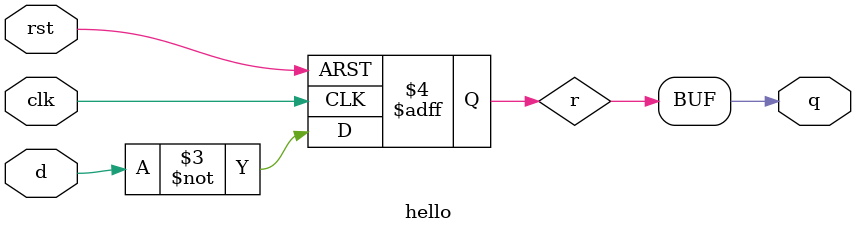
<source format=v>
module hello (
        rst,
        clk,
        d,
        q
    );
    input		rst;
    input		clk;
    input       d;
    output      q;

    reg     r;
    assign q = r;
    always @ (posedge clk or negedge rst ) begin
        if ( !rst ) begin
            r <= 1'b0;
        end
        else begin
            r <= ~d;
        end
    end
endmodule
//  eof

</source>
